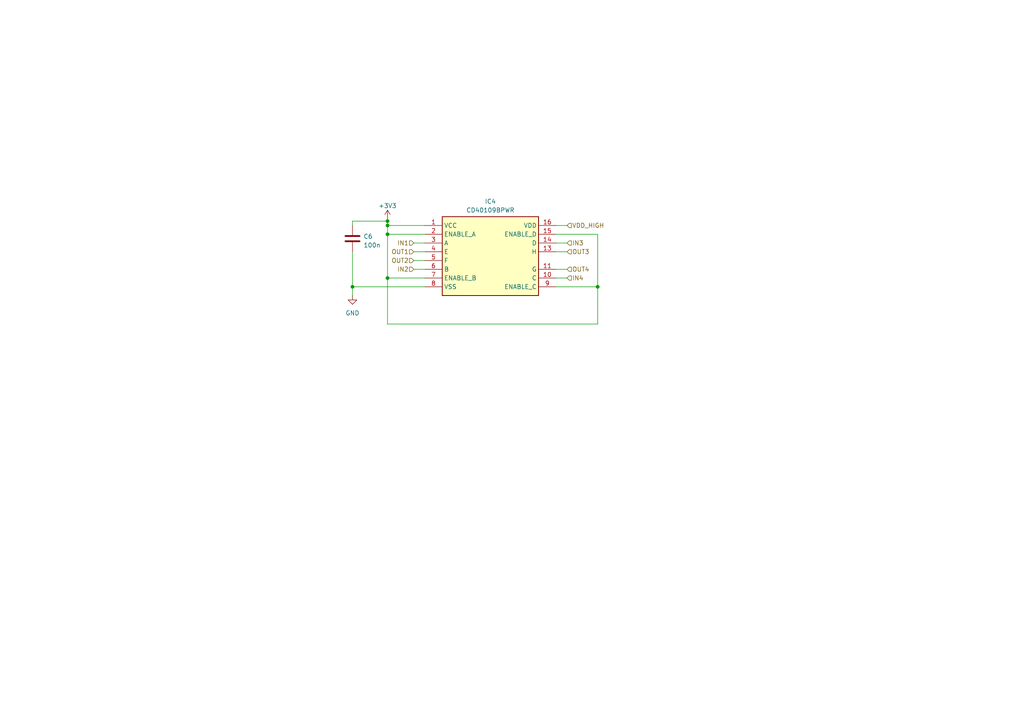
<source format=kicad_sch>
(kicad_sch (version 20230121) (generator eeschema)
  (paper "A4")
  (title_block (title "The Luwu") (date "2023-12-29") (rev "1") (company "FG Labs"))
  (lib_symbols
    (symbol "Device:C" (pin_numbers hide) (pin_names (offset 0.254))
      (property "Reference" "C" (at 0.635 2.54 0))
      (property "Value" "C" (at 0.635 -2.54 0))
      (symbol "C_0_1"
        (polyline (pts (xy -2.032 -0.762) (xy 2.032 -0.762)) (stroke (width 0.508)))
        (polyline (pts (xy -2.032 0.762) (xy 2.032 0.762)) (stroke (width 0.508)))
      )
      (symbol "C_1_1"
        (pin passive line (at 0 3.81 270) (length 2.794) (name "~") (number "1"))
        (pin passive line (at 0 -3.81 90) (length 2.794) (name "~") (number "2"))
      )
    )
    (symbol "SamacSys_Parts_2:CD40109BPWR"
      (property "Reference" "IC" (at 34.29 7.62 0))
      (property "Value" "CD40109BPWR" (at 34.29 5.08 0))
      (symbol "CD40109BPWR_1_1"
        (rectangle (start 5.08 2.54) (end 33.02 -20.32) (stroke (width 0.254)) (fill (type background)))
        (pin passive line (at 0 0 0) (length 5.08) (name "VCC") (number "1"))
        (pin passive line (at 38.1 -15.24 180) (length 5.08) (name "C") (number "10"))
        (pin passive line (at 38.1 -12.7 180) (length 5.08) (name "G") (number "11"))
        (pin no_connect line (at 38.1 -10.16 180) (length 5.08) hide (name "NC") (number "12"))
        (pin passive line (at 38.1 -7.62 180) (length 5.08) (name "H") (number "13"))
        (pin passive line (at 38.1 -5.08 180) (length 5.08) (name "D") (number "14"))
        (pin passive line (at 38.1 -2.54 180) (length 5.08) (name "ENABLE_D") (number "15"))
        (pin passive line (at 38.1 0 180) (length 5.08) (name "VDD") (number "16"))
        (pin passive line (at 0 -2.54 0) (length 5.08) (name "ENABLE_A") (number "2"))
        (pin passive line (at 0 -5.08 0) (length 5.08) (name "A") (number "3"))
        (pin passive line (at 0 -7.62 0) (length 5.08) (name "E") (number "4"))
        (pin passive line (at 0 -10.16 0) (length 5.08) (name "F") (number "5"))
        (pin passive line (at 0 -12.7 0) (length 5.08) (name "B") (number "6"))
        (pin passive line (at 0 -15.24 0) (length 5.08) (name "ENABLE_B") (number "7"))
        (pin passive line (at 0 -17.78 0) (length 5.08) (name "VSS") (number "8"))
        (pin passive line (at 38.1 -17.78 180) (length 5.08) (name "ENABLE_C") (number "9"))
      )
    )
    (symbol "power:+3V3" (power) (pin_names (offset 0))
      (property "Value" "+3V3" (at 0 3.556 0))
      (symbol "+3V3_0_1"
        (polyline (pts (xy -0.762 1.27) (xy 0 2.54)))
        (polyline (pts (xy 0 0) (xy 0 2.54)))
        (polyline (pts (xy 0 2.54) (xy 0.762 1.27)))
      )
      (symbol "+3V3_1_1"
        (pin power_in line (at 0 0 90) (length 0) hide (name "+3V3") (number "1"))
      )
    )
    (symbol "power:GND" (power) (pin_names (offset 0))
      (property "Value" "GND" (at 0 -3.81 0))
      (symbol "GND_0_1"
        (polyline (pts (xy 0 0) (xy 0 -1.27) (xy 1.27 -1.27) (xy 0 -2.54) (xy -1.27 -1.27) (xy 0 -1.27)))
      )
      (symbol "GND_1_1"
        (pin power_in line (at 0 0 270) (length 0) hide (name "GND") (number "1"))
      )
    )
  )
  (junction (at 173.355 83.185))
  (junction (at 102.235 83.185))
  (junction (at 112.395 80.645))
  (junction (at 112.395 64.135))
  (junction (at 112.395 67.945))
  (junction (at 112.395 65.405))
  (wire (pts (xy 112.395 93.98) (xy 112.395 80.645)))
  (wire (pts (xy 161.29 73.025) (xy 164.465 73.025)))
  (wire (pts (xy 120.015 70.485) (xy 123.19 70.485)))
  (wire (pts (xy 102.235 65.405) (xy 102.235 64.135)))
  (wire (pts (xy 112.395 65.405) (xy 112.395 64.135)))
  (wire (pts (xy 102.235 64.135) (xy 112.395 64.135)))
  (wire (pts (xy 173.355 93.98) (xy 112.395 93.98)))
  (wire (pts (xy 161.29 67.945) (xy 173.355 67.945)))
  (wire (pts (xy 120.015 73.025) (xy 123.19 73.025)))
  (wire (pts (xy 161.29 83.185) (xy 173.355 83.185)))
  (wire (pts (xy 112.395 80.645) (xy 112.395 67.945)))
  (wire (pts (xy 112.395 67.945) (xy 112.395 65.405)))
  (wire (pts (xy 120.015 75.565) (xy 123.19 75.565)))
  (wire (pts (xy 120.015 78.105) (xy 123.19 78.105)))
  (wire (pts (xy 112.395 64.135) (xy 112.395 63.5)))
  (wire (pts (xy 102.235 83.185) (xy 123.19 83.185)))
  (wire (pts (xy 102.235 73.025) (xy 102.235 83.185)))
  (wire (pts (xy 161.29 70.485) (xy 164.465 70.485)))
  (wire (pts (xy 112.395 67.945) (xy 123.19 67.945)))
  (wire (pts (xy 112.395 65.405) (xy 123.19 65.405)))
  (wire (pts (xy 161.29 65.405) (xy 164.465 65.405)))
  (wire (pts (xy 173.355 67.945) (xy 173.355 83.185)))
  (wire (pts (xy 161.29 78.105) (xy 164.465 78.105)))
  (wire (pts (xy 102.235 83.185) (xy 102.235 85.725)))
  (wire (pts (xy 161.29 80.645) (xy 164.465 80.645)))
  (wire (pts (xy 173.355 83.185) (xy 173.355 93.98)))
  (wire (pts (xy 123.19 80.645) (xy 112.395 80.645)))
  (hierarchical_label "IN1" (shape input) (at 120.015 70.485 180))
  (hierarchical_label "IN2" (shape input) (at 120.015 78.105 180))
  (hierarchical_label "OUT3" (shape input) (at 164.465 73.025 0))
  (hierarchical_label "IN4" (shape input) (at 164.465 80.645 0))
  (hierarchical_label "VDD_HIGH" (shape input) (at 164.465 65.405 0))
  (hierarchical_label "IN3" (shape input) (at 164.465 70.485 0))
  (hierarchical_label "OUT2" (shape input) (at 120.015 75.565 180))
  (hierarchical_label "OUT4" (shape input) (at 164.465 78.105 0))
  (hierarchical_label "OUT1" (shape input) (at 120.015 73.025 180))
  (symbol (lib_id "power:GND") (at 102.235 85.725 0) (unit 1)
    (property "Reference" "#PWR034" (effects hide))
    (property "Value" "GND" (at 102.235 90.805 0))
  )
  (symbol (lib_id "SamacSys_Parts_2:CD40109BPWR") (at 123.19 65.405 0) (unit 1)
    (property "Reference" "IC4" (at 142.24 58.42 0))
    (property "Value" "CD40109BPWR" (at 142.24 60.96 0))
    (property "Footprint" "Samacsys 2:SOP65P640X120-16N" (effects hide))
    (property "Datasheet" "http://www.ti.com/lit/gpn/cd40109b" (effects hide))
    (property "Height" "1.2" (effects hide))
    (property "Mouser Part Number" "595-CD40109BPWR" (effects hide))
    (property "Mouser Price/Stock" "https://www.mouser.co.uk/ProductDetail/Texas-Instruments/CD40109BPWR?qs=LzFo6vGRJ4uizAk1qQcvPQ%3D%3D" (effects hide))
    (property "Manufacturer_Name" "Texas Instruments" (effects hide))
    (property "Manufacturer_Part_Number" "CD40109BPWR" (effects hide))
  )
  (symbol (lib_id "power:+3V3") (at 112.395 63.5 0) (unit 1)
    (property "Reference" "#PWR033" (effects hide))
    (property "Value" "+3V3" (at 112.395 59.69 0))
  )
  (symbol (lib_id "Device:C") (at 102.235 69.215 0) (unit 1)
    (property "Reference" "C6" (at 105.41 68.58 0) (effects (justify left)))
    (property "Value" "100n" (at 105.41 71.12 0) (effects (justify left)))
    (property "Footprint" "Capacitor_SMD:C_0603_1608Metric" (effects hide))
    (instances (project "The Luwu PCB" (path "" (reference "C6") (unit 1)) (path "" (reference "C19") (unit 1))) (project "Battery" (path "" (reference "C6") (unit 1))))
  )
)
</source>
